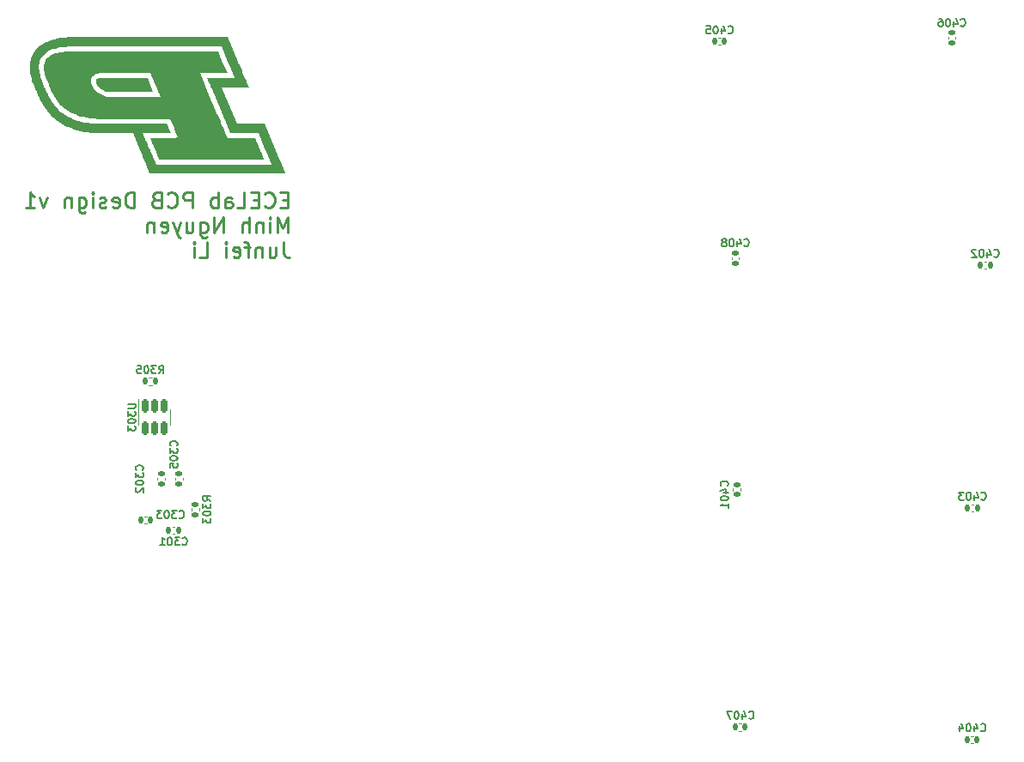
<source format=gbo>
G04 #@! TF.GenerationSoftware,KiCad,Pcbnew,(6.0.7)*
G04 #@! TF.CreationDate,2023-05-23T08:57:17-04:00*
G04 #@! TF.ProjectId,ECELab_v1,4543454c-6162-45f7-9631-2e6b69636164,rev?*
G04 #@! TF.SameCoordinates,Original*
G04 #@! TF.FileFunction,Legend,Bot*
G04 #@! TF.FilePolarity,Positive*
%FSLAX46Y46*%
G04 Gerber Fmt 4.6, Leading zero omitted, Abs format (unit mm)*
G04 Created by KiCad (PCBNEW (6.0.7)) date 2023-05-23 08:57:17*
%MOMM*%
%LPD*%
G01*
G04 APERTURE LIST*
G04 Aperture macros list*
%AMRoundRect*
0 Rectangle with rounded corners*
0 $1 Rounding radius*
0 $2 $3 $4 $5 $6 $7 $8 $9 X,Y pos of 4 corners*
0 Add a 4 corners polygon primitive as box body*
4,1,4,$2,$3,$4,$5,$6,$7,$8,$9,$2,$3,0*
0 Add four circle primitives for the rounded corners*
1,1,$1+$1,$2,$3*
1,1,$1+$1,$4,$5*
1,1,$1+$1,$6,$7*
1,1,$1+$1,$8,$9*
0 Add four rect primitives between the rounded corners*
20,1,$1+$1,$2,$3,$4,$5,0*
20,1,$1+$1,$4,$5,$6,$7,0*
20,1,$1+$1,$6,$7,$8,$9,0*
20,1,$1+$1,$8,$9,$2,$3,0*%
G04 Aperture macros list end*
%ADD10C,0.254000*%
%ADD11C,0.127000*%
%ADD12C,0.120000*%
%ADD13R,1.700000X1.700000*%
%ADD14O,1.700000X1.700000*%
%ADD15C,5.000000*%
%ADD16R,1.524000X1.524000*%
%ADD17C,1.524000*%
%ADD18C,0.650000*%
%ADD19O,1.600000X1.000000*%
%ADD20O,2.100000X1.000000*%
%ADD21RoundRect,0.140000X0.170000X-0.140000X0.170000X0.140000X-0.170000X0.140000X-0.170000X-0.140000X0*%
%ADD22RoundRect,0.140000X-0.170000X0.140000X-0.170000X-0.140000X0.170000X-0.140000X0.170000X0.140000X0*%
%ADD23RoundRect,0.135000X-0.185000X0.135000X-0.185000X-0.135000X0.185000X-0.135000X0.185000X0.135000X0*%
%ADD24RoundRect,0.140000X0.140000X0.170000X-0.140000X0.170000X-0.140000X-0.170000X0.140000X-0.170000X0*%
%ADD25RoundRect,0.140000X-0.140000X-0.170000X0.140000X-0.170000X0.140000X0.170000X-0.140000X0.170000X0*%
%ADD26RoundRect,0.150000X-0.150000X0.512500X-0.150000X-0.512500X0.150000X-0.512500X0.150000X0.512500X0*%
%ADD27RoundRect,0.135000X-0.135000X-0.185000X0.135000X-0.185000X0.135000X0.185000X-0.135000X0.185000X0*%
G04 APERTURE END LIST*
D10*
X152430842Y-91112702D02*
X151922842Y-91112702D01*
X151705128Y-91910988D02*
X152430842Y-91910988D01*
X152430842Y-90386988D01*
X151705128Y-90386988D01*
X150181128Y-91765845D02*
X150253700Y-91838417D01*
X150471414Y-91910988D01*
X150616557Y-91910988D01*
X150834271Y-91838417D01*
X150979414Y-91693274D01*
X151051985Y-91548131D01*
X151124557Y-91257845D01*
X151124557Y-91040131D01*
X151051985Y-90749845D01*
X150979414Y-90604702D01*
X150834271Y-90459560D01*
X150616557Y-90386988D01*
X150471414Y-90386988D01*
X150253700Y-90459560D01*
X150181128Y-90532131D01*
X149527985Y-91112702D02*
X149019985Y-91112702D01*
X148802271Y-91910988D02*
X149527985Y-91910988D01*
X149527985Y-90386988D01*
X148802271Y-90386988D01*
X147423414Y-91910988D02*
X148149128Y-91910988D01*
X148149128Y-90386988D01*
X146262271Y-91910988D02*
X146262271Y-91112702D01*
X146334842Y-90967560D01*
X146479985Y-90894988D01*
X146770271Y-90894988D01*
X146915414Y-90967560D01*
X146262271Y-91838417D02*
X146407414Y-91910988D01*
X146770271Y-91910988D01*
X146915414Y-91838417D01*
X146987985Y-91693274D01*
X146987985Y-91548131D01*
X146915414Y-91402988D01*
X146770271Y-91330417D01*
X146407414Y-91330417D01*
X146262271Y-91257845D01*
X145536557Y-91910988D02*
X145536557Y-90386988D01*
X145536557Y-90967560D02*
X145391414Y-90894988D01*
X145101128Y-90894988D01*
X144955985Y-90967560D01*
X144883414Y-91040131D01*
X144810842Y-91185274D01*
X144810842Y-91620702D01*
X144883414Y-91765845D01*
X144955985Y-91838417D01*
X145101128Y-91910988D01*
X145391414Y-91910988D01*
X145536557Y-91838417D01*
X142996557Y-91910988D02*
X142996557Y-90386988D01*
X142415985Y-90386988D01*
X142270842Y-90459560D01*
X142198271Y-90532131D01*
X142125700Y-90677274D01*
X142125700Y-90894988D01*
X142198271Y-91040131D01*
X142270842Y-91112702D01*
X142415985Y-91185274D01*
X142996557Y-91185274D01*
X140601700Y-91765845D02*
X140674271Y-91838417D01*
X140891985Y-91910988D01*
X141037128Y-91910988D01*
X141254842Y-91838417D01*
X141399985Y-91693274D01*
X141472557Y-91548131D01*
X141545128Y-91257845D01*
X141545128Y-91040131D01*
X141472557Y-90749845D01*
X141399985Y-90604702D01*
X141254842Y-90459560D01*
X141037128Y-90386988D01*
X140891985Y-90386988D01*
X140674271Y-90459560D01*
X140601700Y-90532131D01*
X139440557Y-91112702D02*
X139222842Y-91185274D01*
X139150271Y-91257845D01*
X139077700Y-91402988D01*
X139077700Y-91620702D01*
X139150271Y-91765845D01*
X139222842Y-91838417D01*
X139367985Y-91910988D01*
X139948557Y-91910988D01*
X139948557Y-90386988D01*
X139440557Y-90386988D01*
X139295414Y-90459560D01*
X139222842Y-90532131D01*
X139150271Y-90677274D01*
X139150271Y-90822417D01*
X139222842Y-90967560D01*
X139295414Y-91040131D01*
X139440557Y-91112702D01*
X139948557Y-91112702D01*
X137263414Y-91910988D02*
X137263414Y-90386988D01*
X136900557Y-90386988D01*
X136682842Y-90459560D01*
X136537700Y-90604702D01*
X136465128Y-90749845D01*
X136392557Y-91040131D01*
X136392557Y-91257845D01*
X136465128Y-91548131D01*
X136537700Y-91693274D01*
X136682842Y-91838417D01*
X136900557Y-91910988D01*
X137263414Y-91910988D01*
X135158842Y-91838417D02*
X135303985Y-91910988D01*
X135594271Y-91910988D01*
X135739414Y-91838417D01*
X135811985Y-91693274D01*
X135811985Y-91112702D01*
X135739414Y-90967560D01*
X135594271Y-90894988D01*
X135303985Y-90894988D01*
X135158842Y-90967560D01*
X135086271Y-91112702D01*
X135086271Y-91257845D01*
X135811985Y-91402988D01*
X134505700Y-91838417D02*
X134360557Y-91910988D01*
X134070271Y-91910988D01*
X133925128Y-91838417D01*
X133852557Y-91693274D01*
X133852557Y-91620702D01*
X133925128Y-91475560D01*
X134070271Y-91402988D01*
X134287985Y-91402988D01*
X134433128Y-91330417D01*
X134505700Y-91185274D01*
X134505700Y-91112702D01*
X134433128Y-90967560D01*
X134287985Y-90894988D01*
X134070271Y-90894988D01*
X133925128Y-90967560D01*
X133199414Y-91910988D02*
X133199414Y-90894988D01*
X133199414Y-90386988D02*
X133271985Y-90459560D01*
X133199414Y-90532131D01*
X133126842Y-90459560D01*
X133199414Y-90386988D01*
X133199414Y-90532131D01*
X131820557Y-90894988D02*
X131820557Y-92128702D01*
X131893128Y-92273845D01*
X131965700Y-92346417D01*
X132110842Y-92418988D01*
X132328557Y-92418988D01*
X132473700Y-92346417D01*
X131820557Y-91838417D02*
X131965700Y-91910988D01*
X132255985Y-91910988D01*
X132401128Y-91838417D01*
X132473700Y-91765845D01*
X132546271Y-91620702D01*
X132546271Y-91185274D01*
X132473700Y-91040131D01*
X132401128Y-90967560D01*
X132255985Y-90894988D01*
X131965700Y-90894988D01*
X131820557Y-90967560D01*
X131094842Y-90894988D02*
X131094842Y-91910988D01*
X131094842Y-91040131D02*
X131022271Y-90967560D01*
X130877128Y-90894988D01*
X130659414Y-90894988D01*
X130514271Y-90967560D01*
X130441700Y-91112702D01*
X130441700Y-91910988D01*
X128699985Y-90894988D02*
X128337128Y-91910988D01*
X127974271Y-90894988D01*
X126595414Y-91910988D02*
X127466271Y-91910988D01*
X127030842Y-91910988D02*
X127030842Y-90386988D01*
X127175985Y-90604702D01*
X127321128Y-90749845D01*
X127466271Y-90822417D01*
X152430842Y-94364628D02*
X152430842Y-92840628D01*
X151922842Y-93929200D01*
X151414842Y-92840628D01*
X151414842Y-94364628D01*
X150689128Y-94364628D02*
X150689128Y-93348628D01*
X150689128Y-92840628D02*
X150761700Y-92913200D01*
X150689128Y-92985771D01*
X150616557Y-92913200D01*
X150689128Y-92840628D01*
X150689128Y-92985771D01*
X149963414Y-93348628D02*
X149963414Y-94364628D01*
X149963414Y-93493771D02*
X149890842Y-93421200D01*
X149745700Y-93348628D01*
X149527985Y-93348628D01*
X149382842Y-93421200D01*
X149310271Y-93566342D01*
X149310271Y-94364628D01*
X148584557Y-94364628D02*
X148584557Y-92840628D01*
X147931414Y-94364628D02*
X147931414Y-93566342D01*
X148003985Y-93421200D01*
X148149128Y-93348628D01*
X148366842Y-93348628D01*
X148511985Y-93421200D01*
X148584557Y-93493771D01*
X146044557Y-94364628D02*
X146044557Y-92840628D01*
X145173700Y-94364628D01*
X145173700Y-92840628D01*
X143794842Y-93348628D02*
X143794842Y-94582342D01*
X143867414Y-94727485D01*
X143939985Y-94800057D01*
X144085128Y-94872628D01*
X144302842Y-94872628D01*
X144447985Y-94800057D01*
X143794842Y-94292057D02*
X143939985Y-94364628D01*
X144230271Y-94364628D01*
X144375414Y-94292057D01*
X144447985Y-94219485D01*
X144520557Y-94074342D01*
X144520557Y-93638914D01*
X144447985Y-93493771D01*
X144375414Y-93421200D01*
X144230271Y-93348628D01*
X143939985Y-93348628D01*
X143794842Y-93421200D01*
X142415985Y-93348628D02*
X142415985Y-94364628D01*
X143069128Y-93348628D02*
X143069128Y-94146914D01*
X142996557Y-94292057D01*
X142851414Y-94364628D01*
X142633700Y-94364628D01*
X142488557Y-94292057D01*
X142415985Y-94219485D01*
X141835414Y-93348628D02*
X141472557Y-94364628D01*
X141109700Y-93348628D02*
X141472557Y-94364628D01*
X141617700Y-94727485D01*
X141690271Y-94800057D01*
X141835414Y-94872628D01*
X139948557Y-94292057D02*
X140093700Y-94364628D01*
X140383985Y-94364628D01*
X140529128Y-94292057D01*
X140601700Y-94146914D01*
X140601700Y-93566342D01*
X140529128Y-93421200D01*
X140383985Y-93348628D01*
X140093700Y-93348628D01*
X139948557Y-93421200D01*
X139875985Y-93566342D01*
X139875985Y-93711485D01*
X140601700Y-93856628D01*
X139222842Y-93348628D02*
X139222842Y-94364628D01*
X139222842Y-93493771D02*
X139150271Y-93421200D01*
X139005128Y-93348628D01*
X138787414Y-93348628D01*
X138642271Y-93421200D01*
X138569700Y-93566342D01*
X138569700Y-94364628D01*
X151995414Y-95294268D02*
X151995414Y-96382840D01*
X152067985Y-96600554D01*
X152213128Y-96745697D01*
X152430842Y-96818268D01*
X152575985Y-96818268D01*
X150616557Y-95802268D02*
X150616557Y-96818268D01*
X151269700Y-95802268D02*
X151269700Y-96600554D01*
X151197128Y-96745697D01*
X151051985Y-96818268D01*
X150834271Y-96818268D01*
X150689128Y-96745697D01*
X150616557Y-96673125D01*
X149890842Y-95802268D02*
X149890842Y-96818268D01*
X149890842Y-95947411D02*
X149818271Y-95874840D01*
X149673128Y-95802268D01*
X149455414Y-95802268D01*
X149310271Y-95874840D01*
X149237700Y-96019982D01*
X149237700Y-96818268D01*
X148729700Y-95802268D02*
X148149128Y-95802268D01*
X148511985Y-96818268D02*
X148511985Y-95511982D01*
X148439414Y-95366840D01*
X148294271Y-95294268D01*
X148149128Y-95294268D01*
X147060557Y-96745697D02*
X147205700Y-96818268D01*
X147495985Y-96818268D01*
X147641128Y-96745697D01*
X147713700Y-96600554D01*
X147713700Y-96019982D01*
X147641128Y-95874840D01*
X147495985Y-95802268D01*
X147205700Y-95802268D01*
X147060557Y-95874840D01*
X146987985Y-96019982D01*
X146987985Y-96165125D01*
X147713700Y-96310268D01*
X146334842Y-96818268D02*
X146334842Y-95802268D01*
X146334842Y-95294268D02*
X146407414Y-95366840D01*
X146334842Y-95439411D01*
X146262271Y-95366840D01*
X146334842Y-95294268D01*
X146334842Y-95439411D01*
X143722271Y-96818268D02*
X144447985Y-96818268D01*
X144447985Y-95294268D01*
X143214271Y-96818268D02*
X143214271Y-95802268D01*
X143214271Y-95294268D02*
X143286842Y-95366840D01*
X143214271Y-95439411D01*
X143141700Y-95366840D01*
X143214271Y-95294268D01*
X143214271Y-95439411D01*
D11*
X141496142Y-115403085D02*
X141532428Y-115366800D01*
X141568714Y-115257942D01*
X141568714Y-115185371D01*
X141532428Y-115076514D01*
X141459857Y-115003942D01*
X141387285Y-114967657D01*
X141242142Y-114931371D01*
X141133285Y-114931371D01*
X140988142Y-114967657D01*
X140915571Y-115003942D01*
X140843000Y-115076514D01*
X140806714Y-115185371D01*
X140806714Y-115257942D01*
X140843000Y-115366800D01*
X140879285Y-115403085D01*
X140806714Y-115657085D02*
X140806714Y-116128800D01*
X141097000Y-115874800D01*
X141097000Y-115983657D01*
X141133285Y-116056228D01*
X141169571Y-116092514D01*
X141242142Y-116128800D01*
X141423571Y-116128800D01*
X141496142Y-116092514D01*
X141532428Y-116056228D01*
X141568714Y-115983657D01*
X141568714Y-115765942D01*
X141532428Y-115693371D01*
X141496142Y-115657085D01*
X140806714Y-116600514D02*
X140806714Y-116673085D01*
X140843000Y-116745657D01*
X140879285Y-116781942D01*
X140951857Y-116818228D01*
X141097000Y-116854514D01*
X141278428Y-116854514D01*
X141423571Y-116818228D01*
X141496142Y-116781942D01*
X141532428Y-116745657D01*
X141568714Y-116673085D01*
X141568714Y-116600514D01*
X141532428Y-116527942D01*
X141496142Y-116491657D01*
X141423571Y-116455371D01*
X141278428Y-116419085D01*
X141097000Y-116419085D01*
X140951857Y-116455371D01*
X140879285Y-116491657D01*
X140843000Y-116527942D01*
X140806714Y-116600514D01*
X140806714Y-117543942D02*
X140806714Y-117181085D01*
X141169571Y-117144800D01*
X141133285Y-117181085D01*
X141097000Y-117253657D01*
X141097000Y-117435085D01*
X141133285Y-117507657D01*
X141169571Y-117543942D01*
X141242142Y-117580228D01*
X141423571Y-117580228D01*
X141496142Y-117543942D01*
X141532428Y-117507657D01*
X141568714Y-117435085D01*
X141568714Y-117253657D01*
X141532428Y-117181085D01*
X141496142Y-117144800D01*
X138117942Y-117816085D02*
X138154228Y-117779800D01*
X138190514Y-117670942D01*
X138190514Y-117598371D01*
X138154228Y-117489514D01*
X138081657Y-117416942D01*
X138009085Y-117380657D01*
X137863942Y-117344371D01*
X137755085Y-117344371D01*
X137609942Y-117380657D01*
X137537371Y-117416942D01*
X137464800Y-117489514D01*
X137428514Y-117598371D01*
X137428514Y-117670942D01*
X137464800Y-117779800D01*
X137501085Y-117816085D01*
X137428514Y-118070085D02*
X137428514Y-118541800D01*
X137718800Y-118287800D01*
X137718800Y-118396657D01*
X137755085Y-118469228D01*
X137791371Y-118505514D01*
X137863942Y-118541800D01*
X138045371Y-118541800D01*
X138117942Y-118505514D01*
X138154228Y-118469228D01*
X138190514Y-118396657D01*
X138190514Y-118178942D01*
X138154228Y-118106371D01*
X138117942Y-118070085D01*
X137428514Y-119013514D02*
X137428514Y-119086085D01*
X137464800Y-119158657D01*
X137501085Y-119194942D01*
X137573657Y-119231228D01*
X137718800Y-119267514D01*
X137900228Y-119267514D01*
X138045371Y-119231228D01*
X138117942Y-119194942D01*
X138154228Y-119158657D01*
X138190514Y-119086085D01*
X138190514Y-119013514D01*
X138154228Y-118940942D01*
X138117942Y-118904657D01*
X138045371Y-118868371D01*
X137900228Y-118832085D01*
X137718800Y-118832085D01*
X137573657Y-118868371D01*
X137501085Y-118904657D01*
X137464800Y-118940942D01*
X137428514Y-119013514D01*
X137501085Y-119557800D02*
X137464800Y-119594085D01*
X137428514Y-119666657D01*
X137428514Y-119848085D01*
X137464800Y-119920657D01*
X137501085Y-119956942D01*
X137573657Y-119993228D01*
X137646228Y-119993228D01*
X137755085Y-119956942D01*
X138190514Y-119521514D01*
X138190514Y-119993228D01*
X197397914Y-95674542D02*
X197434200Y-95710828D01*
X197543057Y-95747114D01*
X197615628Y-95747114D01*
X197724485Y-95710828D01*
X197797057Y-95638257D01*
X197833342Y-95565685D01*
X197869628Y-95420542D01*
X197869628Y-95311685D01*
X197833342Y-95166542D01*
X197797057Y-95093971D01*
X197724485Y-95021400D01*
X197615628Y-94985114D01*
X197543057Y-94985114D01*
X197434200Y-95021400D01*
X197397914Y-95057685D01*
X196744771Y-95239114D02*
X196744771Y-95747114D01*
X196926200Y-94948828D02*
X197107628Y-95493114D01*
X196635914Y-95493114D01*
X196200485Y-94985114D02*
X196127914Y-94985114D01*
X196055342Y-95021400D01*
X196019057Y-95057685D01*
X195982771Y-95130257D01*
X195946485Y-95275400D01*
X195946485Y-95456828D01*
X195982771Y-95601971D01*
X196019057Y-95674542D01*
X196055342Y-95710828D01*
X196127914Y-95747114D01*
X196200485Y-95747114D01*
X196273057Y-95710828D01*
X196309342Y-95674542D01*
X196345628Y-95601971D01*
X196381914Y-95456828D01*
X196381914Y-95275400D01*
X196345628Y-95130257D01*
X196309342Y-95057685D01*
X196273057Y-95021400D01*
X196200485Y-94985114D01*
X195511057Y-95311685D02*
X195583628Y-95275400D01*
X195619914Y-95239114D01*
X195656200Y-95166542D01*
X195656200Y-95130257D01*
X195619914Y-95057685D01*
X195583628Y-95021400D01*
X195511057Y-94985114D01*
X195365914Y-94985114D01*
X195293342Y-95021400D01*
X195257057Y-95057685D01*
X195220771Y-95130257D01*
X195220771Y-95166542D01*
X195257057Y-95239114D01*
X195293342Y-95275400D01*
X195365914Y-95311685D01*
X195511057Y-95311685D01*
X195583628Y-95347971D01*
X195619914Y-95384257D01*
X195656200Y-95456828D01*
X195656200Y-95601971D01*
X195619914Y-95674542D01*
X195583628Y-95710828D01*
X195511057Y-95747114D01*
X195365914Y-95747114D01*
X195293342Y-95710828D01*
X195257057Y-95674542D01*
X195220771Y-95601971D01*
X195220771Y-95456828D01*
X195257057Y-95384257D01*
X195293342Y-95347971D01*
X195365914Y-95311685D01*
X144845314Y-120838685D02*
X144482457Y-120584685D01*
X144845314Y-120403257D02*
X144083314Y-120403257D01*
X144083314Y-120693542D01*
X144119600Y-120766114D01*
X144155885Y-120802400D01*
X144228457Y-120838685D01*
X144337314Y-120838685D01*
X144409885Y-120802400D01*
X144446171Y-120766114D01*
X144482457Y-120693542D01*
X144482457Y-120403257D01*
X144083314Y-121092685D02*
X144083314Y-121564400D01*
X144373600Y-121310400D01*
X144373600Y-121419257D01*
X144409885Y-121491828D01*
X144446171Y-121528114D01*
X144518742Y-121564400D01*
X144700171Y-121564400D01*
X144772742Y-121528114D01*
X144809028Y-121491828D01*
X144845314Y-121419257D01*
X144845314Y-121201542D01*
X144809028Y-121128971D01*
X144772742Y-121092685D01*
X144083314Y-122036114D02*
X144083314Y-122108685D01*
X144119600Y-122181257D01*
X144155885Y-122217542D01*
X144228457Y-122253828D01*
X144373600Y-122290114D01*
X144555028Y-122290114D01*
X144700171Y-122253828D01*
X144772742Y-122217542D01*
X144809028Y-122181257D01*
X144845314Y-122108685D01*
X144845314Y-122036114D01*
X144809028Y-121963542D01*
X144772742Y-121927257D01*
X144700171Y-121890971D01*
X144555028Y-121854685D01*
X144373600Y-121854685D01*
X144228457Y-121890971D01*
X144155885Y-121927257D01*
X144119600Y-121963542D01*
X144083314Y-122036114D01*
X144083314Y-122544114D02*
X144083314Y-123015828D01*
X144373600Y-122761828D01*
X144373600Y-122870685D01*
X144409885Y-122943257D01*
X144446171Y-122979542D01*
X144518742Y-123015828D01*
X144700171Y-123015828D01*
X144772742Y-122979542D01*
X144809028Y-122943257D01*
X144845314Y-122870685D01*
X144845314Y-122652971D01*
X144809028Y-122580400D01*
X144772742Y-122544114D01*
X197880514Y-142291942D02*
X197916800Y-142328228D01*
X198025657Y-142364514D01*
X198098228Y-142364514D01*
X198207085Y-142328228D01*
X198279657Y-142255657D01*
X198315942Y-142183085D01*
X198352228Y-142037942D01*
X198352228Y-141929085D01*
X198315942Y-141783942D01*
X198279657Y-141711371D01*
X198207085Y-141638800D01*
X198098228Y-141602514D01*
X198025657Y-141602514D01*
X197916800Y-141638800D01*
X197880514Y-141675085D01*
X197227371Y-141856514D02*
X197227371Y-142364514D01*
X197408800Y-141566228D02*
X197590228Y-142110514D01*
X197118514Y-142110514D01*
X196683085Y-141602514D02*
X196610514Y-141602514D01*
X196537942Y-141638800D01*
X196501657Y-141675085D01*
X196465371Y-141747657D01*
X196429085Y-141892800D01*
X196429085Y-142074228D01*
X196465371Y-142219371D01*
X196501657Y-142291942D01*
X196537942Y-142328228D01*
X196610514Y-142364514D01*
X196683085Y-142364514D01*
X196755657Y-142328228D01*
X196791942Y-142291942D01*
X196828228Y-142219371D01*
X196864514Y-142074228D01*
X196864514Y-141892800D01*
X196828228Y-141747657D01*
X196791942Y-141675085D01*
X196755657Y-141638800D01*
X196683085Y-141602514D01*
X196175085Y-141602514D02*
X195667085Y-141602514D01*
X195993657Y-142364514D01*
X142025914Y-125138542D02*
X142062200Y-125174828D01*
X142171057Y-125211114D01*
X142243628Y-125211114D01*
X142352485Y-125174828D01*
X142425057Y-125102257D01*
X142461342Y-125029685D01*
X142497628Y-124884542D01*
X142497628Y-124775685D01*
X142461342Y-124630542D01*
X142425057Y-124557971D01*
X142352485Y-124485400D01*
X142243628Y-124449114D01*
X142171057Y-124449114D01*
X142062200Y-124485400D01*
X142025914Y-124521685D01*
X141771914Y-124449114D02*
X141300200Y-124449114D01*
X141554200Y-124739400D01*
X141445342Y-124739400D01*
X141372771Y-124775685D01*
X141336485Y-124811971D01*
X141300200Y-124884542D01*
X141300200Y-125065971D01*
X141336485Y-125138542D01*
X141372771Y-125174828D01*
X141445342Y-125211114D01*
X141663057Y-125211114D01*
X141735628Y-125174828D01*
X141771914Y-125138542D01*
X140828485Y-124449114D02*
X140755914Y-124449114D01*
X140683342Y-124485400D01*
X140647057Y-124521685D01*
X140610771Y-124594257D01*
X140574485Y-124739400D01*
X140574485Y-124920828D01*
X140610771Y-125065971D01*
X140647057Y-125138542D01*
X140683342Y-125174828D01*
X140755914Y-125211114D01*
X140828485Y-125211114D01*
X140901057Y-125174828D01*
X140937342Y-125138542D01*
X140973628Y-125065971D01*
X141009914Y-124920828D01*
X141009914Y-124739400D01*
X140973628Y-124594257D01*
X140937342Y-124521685D01*
X140901057Y-124485400D01*
X140828485Y-124449114D01*
X139848771Y-125211114D02*
X140284200Y-125211114D01*
X140066485Y-125211114D02*
X140066485Y-124449114D01*
X140139057Y-124557971D01*
X140211628Y-124630542D01*
X140284200Y-124666828D01*
X218733914Y-73957542D02*
X218770200Y-73993828D01*
X218879057Y-74030114D01*
X218951628Y-74030114D01*
X219060485Y-73993828D01*
X219133057Y-73921257D01*
X219169342Y-73848685D01*
X219205628Y-73703542D01*
X219205628Y-73594685D01*
X219169342Y-73449542D01*
X219133057Y-73376971D01*
X219060485Y-73304400D01*
X218951628Y-73268114D01*
X218879057Y-73268114D01*
X218770200Y-73304400D01*
X218733914Y-73340685D01*
X218080771Y-73522114D02*
X218080771Y-74030114D01*
X218262200Y-73231828D02*
X218443628Y-73776114D01*
X217971914Y-73776114D01*
X217536485Y-73268114D02*
X217463914Y-73268114D01*
X217391342Y-73304400D01*
X217355057Y-73340685D01*
X217318771Y-73413257D01*
X217282485Y-73558400D01*
X217282485Y-73739828D01*
X217318771Y-73884971D01*
X217355057Y-73957542D01*
X217391342Y-73993828D01*
X217463914Y-74030114D01*
X217536485Y-74030114D01*
X217609057Y-73993828D01*
X217645342Y-73957542D01*
X217681628Y-73884971D01*
X217717914Y-73739828D01*
X217717914Y-73558400D01*
X217681628Y-73413257D01*
X217645342Y-73340685D01*
X217609057Y-73304400D01*
X217536485Y-73268114D01*
X216629342Y-73268114D02*
X216774485Y-73268114D01*
X216847057Y-73304400D01*
X216883342Y-73340685D01*
X216955914Y-73449542D01*
X216992200Y-73594685D01*
X216992200Y-73884971D01*
X216955914Y-73957542D01*
X216919628Y-73993828D01*
X216847057Y-74030114D01*
X216701914Y-74030114D01*
X216629342Y-73993828D01*
X216593057Y-73957542D01*
X216556771Y-73884971D01*
X216556771Y-73703542D01*
X216593057Y-73630971D01*
X216629342Y-73594685D01*
X216701914Y-73558400D01*
X216847057Y-73558400D01*
X216919628Y-73594685D01*
X216955914Y-73630971D01*
X216992200Y-73703542D01*
X141721114Y-122496942D02*
X141757400Y-122533228D01*
X141866257Y-122569514D01*
X141938828Y-122569514D01*
X142047685Y-122533228D01*
X142120257Y-122460657D01*
X142156542Y-122388085D01*
X142192828Y-122242942D01*
X142192828Y-122134085D01*
X142156542Y-121988942D01*
X142120257Y-121916371D01*
X142047685Y-121843800D01*
X141938828Y-121807514D01*
X141866257Y-121807514D01*
X141757400Y-121843800D01*
X141721114Y-121880085D01*
X141467114Y-121807514D02*
X140995400Y-121807514D01*
X141249400Y-122097800D01*
X141140542Y-122097800D01*
X141067971Y-122134085D01*
X141031685Y-122170371D01*
X140995400Y-122242942D01*
X140995400Y-122424371D01*
X141031685Y-122496942D01*
X141067971Y-122533228D01*
X141140542Y-122569514D01*
X141358257Y-122569514D01*
X141430828Y-122533228D01*
X141467114Y-122496942D01*
X140523685Y-121807514D02*
X140451114Y-121807514D01*
X140378542Y-121843800D01*
X140342257Y-121880085D01*
X140305971Y-121952657D01*
X140269685Y-122097800D01*
X140269685Y-122279228D01*
X140305971Y-122424371D01*
X140342257Y-122496942D01*
X140378542Y-122533228D01*
X140451114Y-122569514D01*
X140523685Y-122569514D01*
X140596257Y-122533228D01*
X140632542Y-122496942D01*
X140668828Y-122424371D01*
X140705114Y-122279228D01*
X140705114Y-122097800D01*
X140668828Y-121952657D01*
X140632542Y-121880085D01*
X140596257Y-121843800D01*
X140523685Y-121807514D01*
X140015685Y-121807514D02*
X139543971Y-121807514D01*
X139797971Y-122097800D01*
X139689114Y-122097800D01*
X139616542Y-122134085D01*
X139580257Y-122170371D01*
X139543971Y-122242942D01*
X139543971Y-122424371D01*
X139580257Y-122496942D01*
X139616542Y-122533228D01*
X139689114Y-122569514D01*
X139906828Y-122569514D01*
X139979400Y-122533228D01*
X140015685Y-122496942D01*
X136641114Y-111266514D02*
X137257971Y-111266514D01*
X137330542Y-111302800D01*
X137366828Y-111339085D01*
X137403114Y-111411657D01*
X137403114Y-111556800D01*
X137366828Y-111629371D01*
X137330542Y-111665657D01*
X137257971Y-111701942D01*
X136641114Y-111701942D01*
X136641114Y-111992228D02*
X136641114Y-112463942D01*
X136931400Y-112209942D01*
X136931400Y-112318800D01*
X136967685Y-112391371D01*
X137003971Y-112427657D01*
X137076542Y-112463942D01*
X137257971Y-112463942D01*
X137330542Y-112427657D01*
X137366828Y-112391371D01*
X137403114Y-112318800D01*
X137403114Y-112101085D01*
X137366828Y-112028514D01*
X137330542Y-111992228D01*
X136641114Y-112935657D02*
X136641114Y-113008228D01*
X136677400Y-113080800D01*
X136713685Y-113117085D01*
X136786257Y-113153371D01*
X136931400Y-113189657D01*
X137112828Y-113189657D01*
X137257971Y-113153371D01*
X137330542Y-113117085D01*
X137366828Y-113080800D01*
X137403114Y-113008228D01*
X137403114Y-112935657D01*
X137366828Y-112863085D01*
X137330542Y-112826800D01*
X137257971Y-112790514D01*
X137112828Y-112754228D01*
X136931400Y-112754228D01*
X136786257Y-112790514D01*
X136713685Y-112826800D01*
X136677400Y-112863085D01*
X136641114Y-112935657D01*
X136641114Y-113443657D02*
X136641114Y-113915371D01*
X136931400Y-113661371D01*
X136931400Y-113770228D01*
X136967685Y-113842800D01*
X137003971Y-113879085D01*
X137076542Y-113915371D01*
X137257971Y-113915371D01*
X137330542Y-113879085D01*
X137366828Y-113842800D01*
X137403114Y-113770228D01*
X137403114Y-113552514D01*
X137366828Y-113479942D01*
X137330542Y-113443657D01*
X222027714Y-96712142D02*
X222064000Y-96748428D01*
X222172857Y-96784714D01*
X222245428Y-96784714D01*
X222354285Y-96748428D01*
X222426857Y-96675857D01*
X222463142Y-96603285D01*
X222499428Y-96458142D01*
X222499428Y-96349285D01*
X222463142Y-96204142D01*
X222426857Y-96131571D01*
X222354285Y-96059000D01*
X222245428Y-96022714D01*
X222172857Y-96022714D01*
X222064000Y-96059000D01*
X222027714Y-96095285D01*
X221374571Y-96276714D02*
X221374571Y-96784714D01*
X221556000Y-95986428D02*
X221737428Y-96530714D01*
X221265714Y-96530714D01*
X220830285Y-96022714D02*
X220757714Y-96022714D01*
X220685142Y-96059000D01*
X220648857Y-96095285D01*
X220612571Y-96167857D01*
X220576285Y-96313000D01*
X220576285Y-96494428D01*
X220612571Y-96639571D01*
X220648857Y-96712142D01*
X220685142Y-96748428D01*
X220757714Y-96784714D01*
X220830285Y-96784714D01*
X220902857Y-96748428D01*
X220939142Y-96712142D01*
X220975428Y-96639571D01*
X221011714Y-96494428D01*
X221011714Y-96313000D01*
X220975428Y-96167857D01*
X220939142Y-96095285D01*
X220902857Y-96059000D01*
X220830285Y-96022714D01*
X220286000Y-96095285D02*
X220249714Y-96059000D01*
X220177142Y-96022714D01*
X219995714Y-96022714D01*
X219923142Y-96059000D01*
X219886857Y-96095285D01*
X219850571Y-96167857D01*
X219850571Y-96240428D01*
X219886857Y-96349285D01*
X220322285Y-96784714D01*
X219850571Y-96784714D01*
X220740514Y-143511142D02*
X220776800Y-143547428D01*
X220885657Y-143583714D01*
X220958228Y-143583714D01*
X221067085Y-143547428D01*
X221139657Y-143474857D01*
X221175942Y-143402285D01*
X221212228Y-143257142D01*
X221212228Y-143148285D01*
X221175942Y-143003142D01*
X221139657Y-142930571D01*
X221067085Y-142858000D01*
X220958228Y-142821714D01*
X220885657Y-142821714D01*
X220776800Y-142858000D01*
X220740514Y-142894285D01*
X220087371Y-143075714D02*
X220087371Y-143583714D01*
X220268800Y-142785428D02*
X220450228Y-143329714D01*
X219978514Y-143329714D01*
X219543085Y-142821714D02*
X219470514Y-142821714D01*
X219397942Y-142858000D01*
X219361657Y-142894285D01*
X219325371Y-142966857D01*
X219289085Y-143112000D01*
X219289085Y-143293428D01*
X219325371Y-143438571D01*
X219361657Y-143511142D01*
X219397942Y-143547428D01*
X219470514Y-143583714D01*
X219543085Y-143583714D01*
X219615657Y-143547428D01*
X219651942Y-143511142D01*
X219688228Y-143438571D01*
X219724514Y-143293428D01*
X219724514Y-143112000D01*
X219688228Y-142966857D01*
X219651942Y-142894285D01*
X219615657Y-142858000D01*
X219543085Y-142821714D01*
X218635942Y-143075714D02*
X218635942Y-143583714D01*
X218817371Y-142785428D02*
X218998800Y-143329714D01*
X218527085Y-143329714D01*
X195750542Y-119365485D02*
X195786828Y-119329200D01*
X195823114Y-119220342D01*
X195823114Y-119147771D01*
X195786828Y-119038914D01*
X195714257Y-118966342D01*
X195641685Y-118930057D01*
X195496542Y-118893771D01*
X195387685Y-118893771D01*
X195242542Y-118930057D01*
X195169971Y-118966342D01*
X195097400Y-119038914D01*
X195061114Y-119147771D01*
X195061114Y-119220342D01*
X195097400Y-119329200D01*
X195133685Y-119365485D01*
X195315114Y-120018628D02*
X195823114Y-120018628D01*
X195024828Y-119837200D02*
X195569114Y-119655771D01*
X195569114Y-120127485D01*
X195061114Y-120562914D02*
X195061114Y-120635485D01*
X195097400Y-120708057D01*
X195133685Y-120744342D01*
X195206257Y-120780628D01*
X195351400Y-120816914D01*
X195532828Y-120816914D01*
X195677971Y-120780628D01*
X195750542Y-120744342D01*
X195786828Y-120708057D01*
X195823114Y-120635485D01*
X195823114Y-120562914D01*
X195786828Y-120490342D01*
X195750542Y-120454057D01*
X195677971Y-120417771D01*
X195532828Y-120381485D01*
X195351400Y-120381485D01*
X195206257Y-120417771D01*
X195133685Y-120454057D01*
X195097400Y-120490342D01*
X195061114Y-120562914D01*
X195823114Y-121542628D02*
X195823114Y-121107200D01*
X195823114Y-121324914D02*
X195061114Y-121324914D01*
X195169971Y-121252342D01*
X195242542Y-121179771D01*
X195278828Y-121107200D01*
X195827714Y-74668742D02*
X195864000Y-74705028D01*
X195972857Y-74741314D01*
X196045428Y-74741314D01*
X196154285Y-74705028D01*
X196226857Y-74632457D01*
X196263142Y-74559885D01*
X196299428Y-74414742D01*
X196299428Y-74305885D01*
X196263142Y-74160742D01*
X196226857Y-74088171D01*
X196154285Y-74015600D01*
X196045428Y-73979314D01*
X195972857Y-73979314D01*
X195864000Y-74015600D01*
X195827714Y-74051885D01*
X195174571Y-74233314D02*
X195174571Y-74741314D01*
X195356000Y-73943028D02*
X195537428Y-74487314D01*
X195065714Y-74487314D01*
X194630285Y-73979314D02*
X194557714Y-73979314D01*
X194485142Y-74015600D01*
X194448857Y-74051885D01*
X194412571Y-74124457D01*
X194376285Y-74269600D01*
X194376285Y-74451028D01*
X194412571Y-74596171D01*
X194448857Y-74668742D01*
X194485142Y-74705028D01*
X194557714Y-74741314D01*
X194630285Y-74741314D01*
X194702857Y-74705028D01*
X194739142Y-74668742D01*
X194775428Y-74596171D01*
X194811714Y-74451028D01*
X194811714Y-74269600D01*
X194775428Y-74124457D01*
X194739142Y-74051885D01*
X194702857Y-74015600D01*
X194630285Y-73979314D01*
X193686857Y-73979314D02*
X194049714Y-73979314D01*
X194086000Y-74342171D01*
X194049714Y-74305885D01*
X193977142Y-74269600D01*
X193795714Y-74269600D01*
X193723142Y-74305885D01*
X193686857Y-74342171D01*
X193650571Y-74414742D01*
X193650571Y-74596171D01*
X193686857Y-74668742D01*
X193723142Y-74705028D01*
X193795714Y-74741314D01*
X193977142Y-74741314D01*
X194049714Y-74705028D01*
X194086000Y-74668742D01*
X139714514Y-108269314D02*
X139968514Y-107906457D01*
X140149942Y-108269314D02*
X140149942Y-107507314D01*
X139859657Y-107507314D01*
X139787085Y-107543600D01*
X139750800Y-107579885D01*
X139714514Y-107652457D01*
X139714514Y-107761314D01*
X139750800Y-107833885D01*
X139787085Y-107870171D01*
X139859657Y-107906457D01*
X140149942Y-107906457D01*
X139460514Y-107507314D02*
X138988800Y-107507314D01*
X139242800Y-107797600D01*
X139133942Y-107797600D01*
X139061371Y-107833885D01*
X139025085Y-107870171D01*
X138988800Y-107942742D01*
X138988800Y-108124171D01*
X139025085Y-108196742D01*
X139061371Y-108233028D01*
X139133942Y-108269314D01*
X139351657Y-108269314D01*
X139424228Y-108233028D01*
X139460514Y-108196742D01*
X138517085Y-107507314D02*
X138444514Y-107507314D01*
X138371942Y-107543600D01*
X138335657Y-107579885D01*
X138299371Y-107652457D01*
X138263085Y-107797600D01*
X138263085Y-107979028D01*
X138299371Y-108124171D01*
X138335657Y-108196742D01*
X138371942Y-108233028D01*
X138444514Y-108269314D01*
X138517085Y-108269314D01*
X138589657Y-108233028D01*
X138625942Y-108196742D01*
X138662228Y-108124171D01*
X138698514Y-107979028D01*
X138698514Y-107797600D01*
X138662228Y-107652457D01*
X138625942Y-107579885D01*
X138589657Y-107543600D01*
X138517085Y-107507314D01*
X137573657Y-107507314D02*
X137936514Y-107507314D01*
X137972800Y-107870171D01*
X137936514Y-107833885D01*
X137863942Y-107797600D01*
X137682514Y-107797600D01*
X137609942Y-107833885D01*
X137573657Y-107870171D01*
X137537371Y-107942742D01*
X137537371Y-108124171D01*
X137573657Y-108196742D01*
X137609942Y-108233028D01*
X137682514Y-108269314D01*
X137863942Y-108269314D01*
X137936514Y-108233028D01*
X137972800Y-108196742D01*
X220765914Y-120676542D02*
X220802200Y-120712828D01*
X220911057Y-120749114D01*
X220983628Y-120749114D01*
X221092485Y-120712828D01*
X221165057Y-120640257D01*
X221201342Y-120567685D01*
X221237628Y-120422542D01*
X221237628Y-120313685D01*
X221201342Y-120168542D01*
X221165057Y-120095971D01*
X221092485Y-120023400D01*
X220983628Y-119987114D01*
X220911057Y-119987114D01*
X220802200Y-120023400D01*
X220765914Y-120059685D01*
X220112771Y-120241114D02*
X220112771Y-120749114D01*
X220294200Y-119950828D02*
X220475628Y-120495114D01*
X220003914Y-120495114D01*
X219568485Y-119987114D02*
X219495914Y-119987114D01*
X219423342Y-120023400D01*
X219387057Y-120059685D01*
X219350771Y-120132257D01*
X219314485Y-120277400D01*
X219314485Y-120458828D01*
X219350771Y-120603971D01*
X219387057Y-120676542D01*
X219423342Y-120712828D01*
X219495914Y-120749114D01*
X219568485Y-120749114D01*
X219641057Y-120712828D01*
X219677342Y-120676542D01*
X219713628Y-120603971D01*
X219749914Y-120458828D01*
X219749914Y-120277400D01*
X219713628Y-120132257D01*
X219677342Y-120059685D01*
X219641057Y-120023400D01*
X219568485Y-119987114D01*
X219060485Y-119987114D02*
X218588771Y-119987114D01*
X218842771Y-120277400D01*
X218733914Y-120277400D01*
X218661342Y-120313685D01*
X218625057Y-120349971D01*
X218588771Y-120422542D01*
X218588771Y-120603971D01*
X218625057Y-120676542D01*
X218661342Y-120712828D01*
X218733914Y-120749114D01*
X218951628Y-120749114D01*
X219024200Y-120712828D01*
X219060485Y-120676542D01*
D12*
X141346600Y-118776636D02*
X141346600Y-118560964D01*
X142066600Y-118776636D02*
X142066600Y-118560964D01*
G36*
X145058830Y-81690498D02*
G01*
X145157177Y-81921521D01*
X145253994Y-82148947D01*
X145348952Y-82372004D01*
X145441723Y-82589919D01*
X145531979Y-82801922D01*
X145619390Y-83007241D01*
X145703629Y-83205103D01*
X145784366Y-83394739D01*
X145861274Y-83575375D01*
X145934023Y-83746241D01*
X146002286Y-83906565D01*
X146065733Y-84055574D01*
X146124036Y-84192499D01*
X146176867Y-84316566D01*
X146223896Y-84427004D01*
X146264797Y-84523042D01*
X146299239Y-84603908D01*
X146326894Y-84668831D01*
X146347435Y-84717038D01*
X146360532Y-84747759D01*
X146475856Y-85018095D01*
X147839169Y-85020611D01*
X149202482Y-85023126D01*
X149658440Y-86094340D01*
X149692671Y-86174784D01*
X149750325Y-86310372D01*
X149805490Y-86440234D01*
X149857686Y-86563230D01*
X149906430Y-86678222D01*
X149951242Y-86784071D01*
X149991641Y-86879638D01*
X150027144Y-86963785D01*
X150057272Y-87035371D01*
X150081543Y-87093259D01*
X150099474Y-87136310D01*
X150110586Y-87163384D01*
X150114397Y-87173344D01*
X150111748Y-87173594D01*
X150091873Y-87174071D01*
X150053037Y-87174541D01*
X149995823Y-87175001D01*
X149920813Y-87175452D01*
X149828588Y-87175893D01*
X149719732Y-87176321D01*
X149594825Y-87176738D01*
X149454451Y-87177141D01*
X149299190Y-87177530D01*
X149129625Y-87177904D01*
X148946338Y-87178262D01*
X148749911Y-87178604D01*
X148540926Y-87178928D01*
X148319965Y-87179233D01*
X148087610Y-87179519D01*
X147844443Y-87179785D01*
X147591046Y-87180029D01*
X147328002Y-87180252D01*
X147055891Y-87180451D01*
X146775297Y-87180627D01*
X146486800Y-87180778D01*
X146190984Y-87180904D01*
X145888430Y-87181003D01*
X145579721Y-87181075D01*
X145265437Y-87181119D01*
X144946162Y-87181134D01*
X144736853Y-87181132D01*
X144351450Y-87181115D01*
X143985235Y-87181080D01*
X143637777Y-87181026D01*
X143308646Y-87180953D01*
X142997410Y-87180859D01*
X142703639Y-87180743D01*
X142426902Y-87180605D01*
X142166770Y-87180442D01*
X141922810Y-87180254D01*
X141694592Y-87180041D01*
X141481686Y-87179801D01*
X141283660Y-87179532D01*
X141100085Y-87179235D01*
X140930529Y-87178907D01*
X140774561Y-87178548D01*
X140631752Y-87178157D01*
X140501670Y-87177733D01*
X140383884Y-87177275D01*
X140277965Y-87176782D01*
X140183480Y-87176252D01*
X140100000Y-87175685D01*
X140027094Y-87175079D01*
X139964331Y-87174435D01*
X139911280Y-87173749D01*
X139867511Y-87173023D01*
X139832592Y-87172254D01*
X139806094Y-87171441D01*
X139787586Y-87170584D01*
X139776636Y-87169681D01*
X139772815Y-87168732D01*
X139771703Y-87166100D01*
X139763829Y-87147579D01*
X139748889Y-87112488D01*
X139727376Y-87061983D01*
X139699783Y-86997221D01*
X139666602Y-86919358D01*
X139628327Y-86829551D01*
X139585450Y-86728954D01*
X139538465Y-86618725D01*
X139487862Y-86500020D01*
X139434137Y-86373995D01*
X139377780Y-86241807D01*
X139319286Y-86104611D01*
X139292676Y-86042190D01*
X139235060Y-85906970D01*
X139179807Y-85777206D01*
X139127410Y-85654061D01*
X139078362Y-85538699D01*
X139033157Y-85432281D01*
X138992289Y-85335971D01*
X138956250Y-85250933D01*
X138925535Y-85178330D01*
X138900636Y-85119325D01*
X138882047Y-85075081D01*
X138870262Y-85046761D01*
X138865773Y-85035529D01*
X138865596Y-85034688D01*
X138866222Y-85032335D01*
X138869336Y-85030216D01*
X138875902Y-85028319D01*
X138886883Y-85026632D01*
X138903244Y-85025142D01*
X138925949Y-85023837D01*
X138955963Y-85022705D01*
X138994249Y-85021734D01*
X139041772Y-85020911D01*
X139099496Y-85020224D01*
X139168386Y-85019662D01*
X139249405Y-85019211D01*
X139343519Y-85018861D01*
X139451691Y-85018597D01*
X139574885Y-85018409D01*
X139714065Y-85018284D01*
X139870197Y-85018210D01*
X140044244Y-85018174D01*
X140237171Y-85018165D01*
X140422543Y-85018160D01*
X140597098Y-85018137D01*
X140753708Y-85018081D01*
X140893340Y-85017980D01*
X141016964Y-85017820D01*
X141125547Y-85017588D01*
X141220058Y-85017271D01*
X141301465Y-85016855D01*
X141370736Y-85016327D01*
X141428841Y-85015674D01*
X141476746Y-85014883D01*
X141515422Y-85013939D01*
X141545835Y-85012831D01*
X141568956Y-85011544D01*
X141585750Y-85010065D01*
X141597188Y-85008382D01*
X141604238Y-85006480D01*
X141607867Y-85004346D01*
X141609045Y-85001968D01*
X141608740Y-84999331D01*
X141607263Y-84995313D01*
X141598810Y-84974459D01*
X141583389Y-84937291D01*
X141561534Y-84885070D01*
X141533779Y-84819057D01*
X141500655Y-84740517D01*
X141462697Y-84650710D01*
X141420438Y-84550898D01*
X141374411Y-84442345D01*
X141325148Y-84326313D01*
X141273185Y-84204063D01*
X141219053Y-84076858D01*
X140834291Y-83173220D01*
X137266473Y-83170003D01*
X137163209Y-83169911D01*
X136849413Y-83169637D01*
X136554587Y-83169384D01*
X136278068Y-83169143D01*
X136019191Y-83168904D01*
X135777293Y-83168659D01*
X135551710Y-83168398D01*
X135341778Y-83168113D01*
X135146834Y-83167793D01*
X134966213Y-83167429D01*
X134799252Y-83167014D01*
X134645288Y-83166536D01*
X134503656Y-83165988D01*
X134373692Y-83165360D01*
X134254734Y-83164643D01*
X134146116Y-83163827D01*
X134047176Y-83162904D01*
X133957249Y-83161864D01*
X133875672Y-83160698D01*
X133801781Y-83159398D01*
X133734912Y-83157953D01*
X133674402Y-83156354D01*
X133619587Y-83154593D01*
X133569802Y-83152661D01*
X133524384Y-83150547D01*
X133482670Y-83148243D01*
X133443996Y-83145740D01*
X133407697Y-83143029D01*
X133373111Y-83140100D01*
X133339573Y-83136944D01*
X133306419Y-83133552D01*
X133272986Y-83129915D01*
X133238610Y-83126024D01*
X133202627Y-83121869D01*
X133164374Y-83117442D01*
X133123186Y-83112733D01*
X132967023Y-83093639D01*
X132640478Y-83043854D01*
X132329521Y-82982405D01*
X132033723Y-82909143D01*
X131752660Y-82823920D01*
X131485904Y-82726584D01*
X131233028Y-82616988D01*
X130993607Y-82494982D01*
X130767213Y-82360416D01*
X130553421Y-82213141D01*
X130505322Y-82176931D01*
X130306803Y-82013670D01*
X130118002Y-81835186D01*
X129938311Y-81640785D01*
X129767120Y-81429776D01*
X129603821Y-81201464D01*
X129447804Y-80955157D01*
X129412428Y-80894726D01*
X129337144Y-80759212D01*
X129258230Y-80608782D01*
X129176933Y-80446216D01*
X129094501Y-80274297D01*
X129012180Y-80095806D01*
X128931216Y-79913525D01*
X128852859Y-79730235D01*
X128778353Y-79548719D01*
X128715324Y-79388016D01*
X133031359Y-79388016D01*
X133041335Y-79501842D01*
X133065656Y-79617266D01*
X133105193Y-79739298D01*
X133139453Y-79824497D01*
X133223162Y-79994313D01*
X133323015Y-80154169D01*
X133437856Y-80303184D01*
X133566529Y-80440476D01*
X133707878Y-80565164D01*
X133860747Y-80676367D01*
X134023980Y-80773201D01*
X134196420Y-80854787D01*
X134376912Y-80920242D01*
X134564298Y-80968684D01*
X134757424Y-80999233D01*
X134759135Y-80999402D01*
X134782646Y-81000669D01*
X134824355Y-81001851D01*
X134884370Y-81002948D01*
X134962802Y-81003962D01*
X135059760Y-81004892D01*
X135175355Y-81005738D01*
X135309695Y-81006502D01*
X135462891Y-81007184D01*
X135635053Y-81007784D01*
X135826290Y-81008302D01*
X136036712Y-81008740D01*
X136266428Y-81009096D01*
X136515549Y-81009373D01*
X136784184Y-81009571D01*
X137072444Y-81009689D01*
X137380437Y-81009728D01*
X137499242Y-81009728D01*
X137755177Y-81009724D01*
X137992301Y-81009711D01*
X138211329Y-81009683D01*
X138412977Y-81009636D01*
X138597963Y-81009562D01*
X138767003Y-81009457D01*
X138920812Y-81009316D01*
X139060108Y-81009132D01*
X139185607Y-81008900D01*
X139298026Y-81008614D01*
X139398080Y-81008269D01*
X139486486Y-81007860D01*
X139563960Y-81007381D01*
X139631220Y-81006825D01*
X139688981Y-81006189D01*
X139737960Y-81005466D01*
X139778873Y-81004650D01*
X139812436Y-81003737D01*
X139839367Y-81002720D01*
X139860381Y-81001594D01*
X139876195Y-81000353D01*
X139887525Y-80998993D01*
X139895088Y-80997506D01*
X139899600Y-80995889D01*
X139901777Y-80994134D01*
X139902336Y-80992238D01*
X139901994Y-80990193D01*
X139901915Y-80989929D01*
X139896838Y-80977072D01*
X139884486Y-80947159D01*
X139865326Y-80901299D01*
X139839828Y-80840599D01*
X139808459Y-80766167D01*
X139771689Y-80679111D01*
X139729986Y-80580538D01*
X139683819Y-80471555D01*
X139633655Y-80353271D01*
X139579965Y-80226792D01*
X139523216Y-80093228D01*
X139463877Y-79953685D01*
X139402416Y-79809270D01*
X138907946Y-78647882D01*
X133807796Y-78654276D01*
X133698655Y-78675668D01*
X133567787Y-78706726D01*
X133451400Y-78746429D01*
X133350135Y-78795128D01*
X133262337Y-78853619D01*
X133186351Y-78922702D01*
X133153919Y-78959628D01*
X133102283Y-79035504D01*
X133065536Y-79118485D01*
X133042479Y-79211643D01*
X133031911Y-79318048D01*
X133031359Y-79388016D01*
X128715324Y-79388016D01*
X128708947Y-79371757D01*
X128645887Y-79202131D01*
X128590420Y-79042624D01*
X128569757Y-78979556D01*
X128505508Y-78763643D01*
X128455789Y-78560621D01*
X128420650Y-78369949D01*
X128400141Y-78191086D01*
X128394313Y-78023490D01*
X128403215Y-77866620D01*
X128426898Y-77719935D01*
X128465412Y-77582895D01*
X128518808Y-77454958D01*
X128587135Y-77335582D01*
X128670444Y-77224228D01*
X128768784Y-77120353D01*
X128830948Y-77064257D01*
X128915224Y-76997795D01*
X129006226Y-76937402D01*
X129110395Y-76878519D01*
X129153552Y-76856391D01*
X129316804Y-76783324D01*
X129496788Y-76718321D01*
X129693722Y-76661333D01*
X129907829Y-76612316D01*
X130139327Y-76571223D01*
X130388438Y-76538008D01*
X130655380Y-76512625D01*
X130940374Y-76495028D01*
X130962667Y-76494317D01*
X131000962Y-76493600D01*
X131054546Y-76492920D01*
X131123588Y-76492275D01*
X131208257Y-76491666D01*
X131308720Y-76491093D01*
X131425147Y-76490555D01*
X131557707Y-76490053D01*
X131706567Y-76489586D01*
X131871898Y-76489153D01*
X132053866Y-76488756D01*
X132252643Y-76488393D01*
X132468395Y-76488064D01*
X132701291Y-76487770D01*
X132951501Y-76487510D01*
X133219193Y-76487284D01*
X133504535Y-76487091D01*
X133807697Y-76486932D01*
X134128847Y-76486806D01*
X134468154Y-76486714D01*
X134825786Y-76486655D01*
X135201913Y-76486628D01*
X135596702Y-76486634D01*
X136010323Y-76486673D01*
X136442944Y-76486744D01*
X136894734Y-76486847D01*
X137365862Y-76486982D01*
X137856496Y-76487149D01*
X138366805Y-76487348D01*
X145565032Y-76490314D01*
X146023176Y-77566837D01*
X146481319Y-78643361D01*
X145123611Y-78648322D01*
X143765904Y-78653282D01*
X144761584Y-80992238D01*
X145005556Y-81565353D01*
X145058830Y-81690498D01*
G37*
G36*
X151939406Y-87871477D02*
G01*
X151994469Y-88000942D01*
X152044322Y-88118173D01*
X152088644Y-88222418D01*
X152127114Y-88312922D01*
X152159413Y-88388933D01*
X152185220Y-88449699D01*
X152204215Y-88494465D01*
X152216078Y-88522480D01*
X152220488Y-88532989D01*
X152220475Y-88533868D01*
X152219176Y-88534963D01*
X152216020Y-88536008D01*
X152210569Y-88537005D01*
X152202386Y-88537955D01*
X152191030Y-88538858D01*
X152176064Y-88539717D01*
X152157048Y-88540532D01*
X152133544Y-88541305D01*
X152105114Y-88542036D01*
X152071317Y-88542727D01*
X152031716Y-88543378D01*
X151985872Y-88543992D01*
X151933347Y-88544569D01*
X151873700Y-88545109D01*
X151806495Y-88545616D01*
X151731291Y-88546088D01*
X151647651Y-88546529D01*
X151555135Y-88546938D01*
X151453305Y-88547317D01*
X151341722Y-88547667D01*
X151219947Y-88547989D01*
X151087542Y-88548285D01*
X150944068Y-88548555D01*
X150789086Y-88548801D01*
X150622157Y-88549023D01*
X150442843Y-88549224D01*
X150250705Y-88549403D01*
X150045304Y-88549563D01*
X149826201Y-88549704D01*
X149592959Y-88549827D01*
X149345137Y-88549934D01*
X149082298Y-88550026D01*
X148804002Y-88550103D01*
X148509811Y-88550168D01*
X148199286Y-88550220D01*
X147871989Y-88550262D01*
X147527480Y-88550295D01*
X147165321Y-88550319D01*
X146785073Y-88550335D01*
X146386297Y-88550346D01*
X145968556Y-88550351D01*
X145531409Y-88550353D01*
X138835684Y-88550353D01*
X138705745Y-88245255D01*
X138699146Y-88229757D01*
X138678286Y-88180767D01*
X138650344Y-88115133D01*
X138615802Y-88033990D01*
X138575143Y-87938472D01*
X138528848Y-87829713D01*
X138477402Y-87708847D01*
X138421287Y-87577008D01*
X138360985Y-87435330D01*
X138296979Y-87284948D01*
X138229752Y-87126994D01*
X138159787Y-86962605D01*
X138087565Y-86792912D01*
X138013571Y-86619051D01*
X137938286Y-86442156D01*
X137862194Y-86263361D01*
X137148581Y-84586564D01*
X135458345Y-84580535D01*
X135392874Y-84580300D01*
X135177983Y-84579508D01*
X134981535Y-84578735D01*
X134802443Y-84577962D01*
X134639618Y-84577169D01*
X134491973Y-84576337D01*
X134358422Y-84575446D01*
X134237875Y-84574476D01*
X134129246Y-84573407D01*
X134031447Y-84572221D01*
X133943391Y-84570896D01*
X133863989Y-84569414D01*
X133792155Y-84567754D01*
X133726801Y-84565898D01*
X133666840Y-84563825D01*
X133611183Y-84561516D01*
X133558743Y-84558951D01*
X133508434Y-84556111D01*
X133459166Y-84552975D01*
X133409853Y-84549524D01*
X133359407Y-84545738D01*
X133306741Y-84541598D01*
X133094096Y-84522650D01*
X132722128Y-84479356D01*
X132365404Y-84424220D01*
X132023334Y-84357027D01*
X131695327Y-84277567D01*
X131380793Y-84185626D01*
X131079141Y-84080991D01*
X130789779Y-83963452D01*
X130512118Y-83832794D01*
X130245567Y-83688806D01*
X129989534Y-83531274D01*
X129743430Y-83359987D01*
X129506663Y-83174733D01*
X129500921Y-83169948D01*
X129449190Y-83124823D01*
X129387295Y-83067980D01*
X129317954Y-83002144D01*
X129243885Y-82930039D01*
X129167803Y-82854393D01*
X129092426Y-82777928D01*
X129020470Y-82703372D01*
X128954654Y-82633449D01*
X128897694Y-82570883D01*
X128852307Y-82518401D01*
X128741615Y-82381482D01*
X128596946Y-82190157D01*
X128456600Y-81989639D01*
X128319928Y-81778753D01*
X128186278Y-81556321D01*
X128054999Y-81321167D01*
X127925440Y-81072113D01*
X127796950Y-80807982D01*
X127668878Y-80527597D01*
X127540573Y-80229783D01*
X127411385Y-79913361D01*
X127337090Y-79720192D01*
X127239166Y-79439541D01*
X127157415Y-79169297D01*
X127091780Y-78908886D01*
X127042206Y-78657731D01*
X127008637Y-78415255D01*
X126991017Y-78180884D01*
X126989876Y-78030954D01*
X127907977Y-78030954D01*
X127913348Y-78197963D01*
X127930897Y-78373209D01*
X127960753Y-78557646D01*
X128003044Y-78752230D01*
X128057902Y-78957916D01*
X128125454Y-79175657D01*
X128205831Y-79406409D01*
X128299161Y-79651127D01*
X128419105Y-79946229D01*
X128542676Y-80233752D01*
X128665915Y-80503201D01*
X128789364Y-80755450D01*
X128913565Y-80991375D01*
X129039062Y-81211853D01*
X129166396Y-81417759D01*
X129296109Y-81609968D01*
X129428744Y-81789355D01*
X129564844Y-81956798D01*
X129704950Y-82113171D01*
X129849605Y-82259349D01*
X129999351Y-82396210D01*
X130099100Y-82480340D01*
X130308796Y-82641606D01*
X130528629Y-82790284D01*
X130759167Y-82926561D01*
X131000976Y-83050626D01*
X131254624Y-83162667D01*
X131520678Y-83262871D01*
X131799704Y-83351427D01*
X132092269Y-83428521D01*
X132398941Y-83494343D01*
X132720286Y-83549080D01*
X133056871Y-83592920D01*
X133409264Y-83626051D01*
X133778030Y-83648661D01*
X133795629Y-83649288D01*
X133839825Y-83650261D01*
X133903299Y-83651186D01*
X133985702Y-83652064D01*
X134086685Y-83652894D01*
X134205898Y-83653673D01*
X134342993Y-83654401D01*
X134497619Y-83655078D01*
X134669430Y-83655701D01*
X134858074Y-83656271D01*
X135063204Y-83656786D01*
X135284470Y-83657244D01*
X135521523Y-83657646D01*
X135774014Y-83657990D01*
X136041594Y-83658275D01*
X136323914Y-83658499D01*
X136620624Y-83658663D01*
X136931377Y-83658765D01*
X137255822Y-83658803D01*
X140515332Y-83658868D01*
X140885064Y-84527032D01*
X139506261Y-84529548D01*
X139441049Y-84529667D01*
X139254214Y-84530025D01*
X139085946Y-84530379D01*
X138935281Y-84530744D01*
X138801256Y-84531134D01*
X138682909Y-84531562D01*
X138579277Y-84532042D01*
X138489396Y-84532589D01*
X138412304Y-84533216D01*
X138347038Y-84533938D01*
X138292635Y-84534767D01*
X138248132Y-84535718D01*
X138212566Y-84536806D01*
X138184974Y-84538043D01*
X138164394Y-84539444D01*
X138149862Y-84541022D01*
X138140415Y-84542792D01*
X138135091Y-84544768D01*
X138132926Y-84546963D01*
X138132958Y-84549391D01*
X138133073Y-84549714D01*
X138138334Y-84562546D01*
X138150924Y-84592575D01*
X138170438Y-84638849D01*
X138196472Y-84700416D01*
X138228620Y-84776323D01*
X138266479Y-84865617D01*
X138309645Y-84967346D01*
X138357712Y-85080558D01*
X138410277Y-85204299D01*
X138466935Y-85337618D01*
X138527281Y-85479561D01*
X138590912Y-85629177D01*
X138657422Y-85785512D01*
X138726408Y-85947615D01*
X138797465Y-86114532D01*
X139456470Y-87662345D01*
X145153215Y-87664834D01*
X145339630Y-87664915D01*
X145733176Y-87665083D01*
X146107570Y-87665238D01*
X146463290Y-87665377D01*
X146800810Y-87665500D01*
X147120607Y-87665606D01*
X147423155Y-87665694D01*
X147708932Y-87665761D01*
X147978411Y-87665807D01*
X148232069Y-87665831D01*
X148470382Y-87665831D01*
X148693825Y-87665806D01*
X148902874Y-87665755D01*
X149098005Y-87665676D01*
X149279692Y-87665569D01*
X149448413Y-87665432D01*
X149604642Y-87665264D01*
X149748855Y-87665064D01*
X149881528Y-87664830D01*
X150003136Y-87664561D01*
X150114155Y-87664256D01*
X150215062Y-87663914D01*
X150306330Y-87663533D01*
X150388437Y-87663113D01*
X150461857Y-87662651D01*
X150527066Y-87662147D01*
X150584541Y-87661599D01*
X150634756Y-87661007D01*
X150678187Y-87660369D01*
X150715311Y-87659683D01*
X150746602Y-87658949D01*
X150772536Y-87658165D01*
X150793589Y-87657330D01*
X150810237Y-87656442D01*
X150822955Y-87655501D01*
X150832218Y-87654506D01*
X150838504Y-87653454D01*
X150842286Y-87652345D01*
X150844041Y-87651178D01*
X150844245Y-87649951D01*
X150844129Y-87649630D01*
X150838849Y-87636802D01*
X150826244Y-87606775D01*
X150806718Y-87560502D01*
X150780675Y-87498935D01*
X150748519Y-87423027D01*
X150710656Y-87333730D01*
X150667488Y-87231997D01*
X150619422Y-87118782D01*
X150566861Y-86995036D01*
X150510210Y-86861711D01*
X150449873Y-86719762D01*
X150386255Y-86570141D01*
X150319759Y-86413799D01*
X150250792Y-86251690D01*
X150179756Y-86084767D01*
X149520981Y-84536954D01*
X146794373Y-84531924D01*
X145648975Y-81841860D01*
X145560829Y-81634839D01*
X145468823Y-81418746D01*
X145379113Y-81208041D01*
X145292003Y-81003438D01*
X145207799Y-80805652D01*
X145126803Y-80615399D01*
X145049322Y-80433393D01*
X144975658Y-80260349D01*
X144906116Y-80096982D01*
X144841001Y-79944008D01*
X144780617Y-79802141D01*
X144725269Y-79672096D01*
X144675259Y-79554589D01*
X144630894Y-79450334D01*
X144592477Y-79360047D01*
X144560313Y-79284442D01*
X144534706Y-79224234D01*
X144515960Y-79180139D01*
X144504380Y-79152871D01*
X144500270Y-79143145D01*
X144501326Y-79142763D01*
X144517344Y-79141698D01*
X144551811Y-79140681D01*
X144603696Y-79139717D01*
X144671966Y-79138814D01*
X144755587Y-79137977D01*
X144853527Y-79137215D01*
X144964754Y-79136532D01*
X145088233Y-79135937D01*
X145222933Y-79135435D01*
X145367821Y-79135033D01*
X145521864Y-79134738D01*
X145684028Y-79134556D01*
X145853282Y-79134493D01*
X146013451Y-79134490D01*
X146188915Y-79134470D01*
X146346321Y-79134418D01*
X146486644Y-79134322D01*
X146610861Y-79134168D01*
X146719946Y-79133942D01*
X146814876Y-79133631D01*
X146896626Y-79133221D01*
X146966170Y-79132698D01*
X147024486Y-79132049D01*
X147072548Y-79131259D01*
X147111333Y-79130317D01*
X147141815Y-79129207D01*
X147164969Y-79127916D01*
X147181773Y-79126431D01*
X147193201Y-79124738D01*
X147200228Y-79122823D01*
X147203831Y-79120672D01*
X147204985Y-79118273D01*
X147204665Y-79115611D01*
X147204556Y-79115267D01*
X147199354Y-79102254D01*
X147186829Y-79072044D01*
X147167383Y-79025589D01*
X147141421Y-78963844D01*
X147109347Y-78887762D01*
X147071563Y-78798298D01*
X147028474Y-78696405D01*
X146980484Y-78583036D01*
X146927996Y-78459146D01*
X146871414Y-78325688D01*
X146811141Y-78183616D01*
X146747582Y-78033885D01*
X146681140Y-77877446D01*
X146612219Y-77715255D01*
X146541222Y-77548265D01*
X145882718Y-75999801D01*
X138520686Y-75999546D01*
X138154740Y-75999541D01*
X137659620Y-75999557D01*
X137180962Y-75999601D01*
X136718897Y-75999672D01*
X136273556Y-75999770D01*
X135845068Y-75999896D01*
X135433562Y-76000049D01*
X135039170Y-76000229D01*
X134662021Y-76000435D01*
X134302246Y-76000668D01*
X133959973Y-76000927D01*
X133635334Y-76001213D01*
X133328458Y-76001524D01*
X133039476Y-76001861D01*
X132768517Y-76002224D01*
X132515711Y-76002613D01*
X132281189Y-76003026D01*
X132065080Y-76003465D01*
X131867514Y-76003929D01*
X131688622Y-76004418D01*
X131528534Y-76004932D01*
X131387379Y-76005470D01*
X131265287Y-76006032D01*
X131162389Y-76006619D01*
X131078815Y-76007230D01*
X131014695Y-76007864D01*
X130970158Y-76008522D01*
X130945335Y-76009204D01*
X130757946Y-76019584D01*
X130467848Y-76042948D01*
X130195252Y-76074442D01*
X129939745Y-76114162D01*
X129700911Y-76162208D01*
X129478336Y-76218678D01*
X129271605Y-76283669D01*
X129080303Y-76357279D01*
X128904016Y-76439608D01*
X128742328Y-76530753D01*
X128612500Y-76618919D01*
X128473786Y-76732776D01*
X128347944Y-76858233D01*
X128236312Y-76993647D01*
X128140225Y-77137377D01*
X128061018Y-77287781D01*
X128000028Y-77443216D01*
X127963635Y-77569804D01*
X127933250Y-77717830D01*
X127914654Y-77871228D01*
X127907977Y-78030954D01*
X126989876Y-78030954D01*
X126989290Y-77954040D01*
X127003402Y-77734149D01*
X127033295Y-77520635D01*
X127078915Y-77312921D01*
X127140206Y-77110431D01*
X127162441Y-77051729D01*
X127193841Y-76977881D01*
X127230979Y-76896805D01*
X127271441Y-76813465D01*
X127312816Y-76732822D01*
X127352690Y-76659838D01*
X127388652Y-76599475D01*
X127512108Y-76421682D01*
X127656111Y-76248345D01*
X127815884Y-76086979D01*
X127991374Y-75937616D01*
X128182529Y-75800287D01*
X128389298Y-75675024D01*
X128611626Y-75561859D01*
X128849462Y-75460823D01*
X129102753Y-75371948D01*
X129371447Y-75295266D01*
X129655491Y-75230809D01*
X129742708Y-75214008D01*
X129886827Y-75189037D01*
X130036865Y-75166542D01*
X130195606Y-75146177D01*
X130365830Y-75127597D01*
X130550320Y-75110454D01*
X130751858Y-75094404D01*
X130757688Y-75094049D01*
X130777178Y-75093302D01*
X130806362Y-75092580D01*
X130845548Y-75091883D01*
X130895044Y-75091210D01*
X130955156Y-75090561D01*
X131026193Y-75089935D01*
X131108462Y-75089331D01*
X131202271Y-75088749D01*
X131307927Y-75088188D01*
X131425737Y-75087648D01*
X131556010Y-75087128D01*
X131699053Y-75086628D01*
X131855174Y-75086146D01*
X132024679Y-75085683D01*
X132207877Y-75085238D01*
X132405075Y-75084810D01*
X132616581Y-75084398D01*
X132842702Y-75084003D01*
X133083746Y-75083623D01*
X133340020Y-75083258D01*
X133611832Y-75082907D01*
X133899490Y-75082570D01*
X134203300Y-75082246D01*
X134523572Y-75081934D01*
X134860611Y-75081635D01*
X135214726Y-75081346D01*
X135586225Y-75081069D01*
X135975414Y-75080802D01*
X136382601Y-75080544D01*
X136808095Y-75080296D01*
X137252202Y-75080056D01*
X137715230Y-75079824D01*
X138197487Y-75079599D01*
X138699280Y-75079381D01*
X146487952Y-75076112D01*
X147544632Y-77557991D01*
X147558323Y-77590148D01*
X147648176Y-77801196D01*
X147735960Y-78007390D01*
X147821359Y-78207986D01*
X147904054Y-78402240D01*
X147983729Y-78589405D01*
X148060068Y-78768739D01*
X148132752Y-78939495D01*
X148201466Y-79100930D01*
X148265893Y-79252299D01*
X148325714Y-79392856D01*
X148380614Y-79521858D01*
X148430276Y-79638560D01*
X148474382Y-79742217D01*
X148512616Y-79832085D01*
X148544660Y-79907418D01*
X148570199Y-79967472D01*
X148588914Y-80011503D01*
X148600489Y-80038765D01*
X148604607Y-80048514D01*
X148603306Y-80048935D01*
X148586610Y-80050024D01*
X148551514Y-80051100D01*
X148499063Y-80052156D01*
X148430298Y-80053182D01*
X148346262Y-80054170D01*
X148247999Y-80055111D01*
X148136552Y-80055997D01*
X148012962Y-80056820D01*
X147878274Y-80057569D01*
X147733530Y-80058238D01*
X147579772Y-80058818D01*
X147418044Y-80059299D01*
X147249389Y-80059673D01*
X145890876Y-80062189D01*
X147400172Y-83609189D01*
X148763817Y-83611705D01*
X150127462Y-83614220D01*
X151170652Y-86064923D01*
X151172653Y-86069624D01*
X151262206Y-86280012D01*
X151349751Y-86485697D01*
X151434969Y-86685925D01*
X151517538Y-86879943D01*
X151597139Y-87066999D01*
X151673451Y-87246338D01*
X151746154Y-87417209D01*
X151814928Y-87578857D01*
X151845172Y-87649951D01*
X151879452Y-87730531D01*
X151939406Y-87871477D01*
G37*
G36*
X138877874Y-79810618D02*
G01*
X138923248Y-79917287D01*
X138967899Y-80022297D01*
X139009777Y-80120826D01*
X139048257Y-80211403D01*
X139082715Y-80292554D01*
X139112526Y-80362809D01*
X139137063Y-80420694D01*
X139155704Y-80464737D01*
X139167822Y-80493467D01*
X139172793Y-80505410D01*
X139172925Y-80505771D01*
X139173149Y-80507807D01*
X139171871Y-80509683D01*
X139168326Y-80511403D01*
X139161751Y-80512975D01*
X139151380Y-80514402D01*
X139136451Y-80515690D01*
X139116198Y-80516845D01*
X139089858Y-80517872D01*
X139056666Y-80518776D01*
X139015858Y-80519563D01*
X138966670Y-80520239D01*
X138908337Y-80520808D01*
X138840096Y-80521276D01*
X138761181Y-80521649D01*
X138670829Y-80521931D01*
X138568276Y-80522129D01*
X138452758Y-80522248D01*
X138323509Y-80522293D01*
X138179766Y-80522269D01*
X138020765Y-80522182D01*
X137845742Y-80522037D01*
X137653931Y-80521840D01*
X137444570Y-80521597D01*
X137216893Y-80521311D01*
X136970137Y-80520990D01*
X134760296Y-80518083D01*
X134668776Y-80496842D01*
X134517268Y-80454914D01*
X134361211Y-80396502D01*
X134216411Y-80325841D01*
X134085925Y-80244256D01*
X134052047Y-80219005D01*
X133982080Y-80160543D01*
X133909500Y-80092888D01*
X133839196Y-80020923D01*
X133776055Y-79949531D01*
X133724963Y-79883595D01*
X133712281Y-79865158D01*
X133668375Y-79794826D01*
X133625982Y-79717796D01*
X133587848Y-79639597D01*
X133556718Y-79565756D01*
X133535339Y-79501802D01*
X133524198Y-79453082D01*
X133516093Y-79391338D01*
X133515351Y-79335773D01*
X133521965Y-79290474D01*
X133535923Y-79259526D01*
X133555717Y-79240018D01*
X133600255Y-79211807D01*
X133661006Y-79185391D01*
X133735799Y-79161830D01*
X133817718Y-79139826D01*
X138590140Y-79134314D01*
X138877874Y-79810618D01*
G37*
X140314000Y-118560964D02*
X140314000Y-118776636D01*
X139594000Y-118560964D02*
X139594000Y-118776636D01*
X196190000Y-96792164D02*
X196190000Y-97007836D01*
X196910000Y-96792164D02*
X196910000Y-97007836D01*
X143686800Y-121537759D02*
X143686800Y-121845041D01*
X142926800Y-121537759D02*
X142926800Y-121845041D01*
X197135636Y-143539800D02*
X196919964Y-143539800D01*
X197135636Y-142819800D02*
X196919964Y-142819800D01*
X141281036Y-123388800D02*
X141065364Y-123388800D01*
X141281036Y-124108800D02*
X141065364Y-124108800D01*
X217515000Y-75042164D02*
X217515000Y-75257836D01*
X218235000Y-75042164D02*
X218235000Y-75257836D01*
X138296764Y-122372800D02*
X138512436Y-122372800D01*
X138296764Y-123092800D02*
X138512436Y-123092800D01*
X140853600Y-112572800D02*
X140853600Y-113372800D01*
X137733600Y-112572800D02*
X137733600Y-110772800D01*
X140853600Y-112572800D02*
X140853600Y-111772800D01*
X137733600Y-112572800D02*
X137733600Y-113372800D01*
X221282836Y-97960000D02*
X221067164Y-97960000D01*
X221282836Y-97240000D02*
X221067164Y-97240000D01*
X219995636Y-144039000D02*
X219779964Y-144039000D01*
X219995636Y-144759000D02*
X219779964Y-144759000D01*
X196312200Y-119602364D02*
X196312200Y-119818036D01*
X197032200Y-119602364D02*
X197032200Y-119818036D01*
X194867164Y-75140000D02*
X195082836Y-75140000D01*
X194867164Y-75860000D02*
X195082836Y-75860000D01*
X138708159Y-109422200D02*
X139015441Y-109422200D01*
X138708159Y-108662200D02*
X139015441Y-108662200D01*
X220021036Y-121204400D02*
X219805364Y-121204400D01*
X220021036Y-121924400D02*
X219805364Y-121924400D01*
%LPC*%
D13*
X132842000Y-131231400D03*
D14*
X132842000Y-133771400D03*
X132842000Y-136311400D03*
D13*
X242037000Y-83477000D03*
D14*
X239497000Y-83477000D03*
X242037000Y-86017000D03*
X239497000Y-86017000D03*
X242037000Y-88557000D03*
X239497000Y-88557000D03*
X242037000Y-91097000D03*
X239497000Y-91097000D03*
X242037000Y-93637000D03*
X239497000Y-93637000D03*
X242037000Y-96177000D03*
X239497000Y-96177000D03*
X242037000Y-98717000D03*
X239497000Y-98717000D03*
X242037000Y-101257000D03*
X239497000Y-101257000D03*
X242037000Y-103797000D03*
X239497000Y-103797000D03*
X242037000Y-106337000D03*
X239497000Y-106337000D03*
X242037000Y-108877000D03*
X239497000Y-108877000D03*
X242037000Y-111417000D03*
X239497000Y-111417000D03*
X242037000Y-113957000D03*
X239497000Y-113957000D03*
X242037000Y-116497000D03*
X239497000Y-116497000D03*
X242037000Y-119037000D03*
X239497000Y-119037000D03*
X242037000Y-121577000D03*
X239497000Y-121577000D03*
X242037000Y-124117000D03*
X239497000Y-124117000D03*
X242037000Y-126657000D03*
X239497000Y-126657000D03*
X242037000Y-129197000D03*
X239497000Y-129197000D03*
X242037000Y-131737000D03*
X239497000Y-131737000D03*
D13*
X232893000Y-83477000D03*
D14*
X230353000Y-83477000D03*
X232893000Y-86017000D03*
X230353000Y-86017000D03*
X232893000Y-88557000D03*
X230353000Y-88557000D03*
X232893000Y-91097000D03*
X230353000Y-91097000D03*
X232893000Y-93637000D03*
X230353000Y-93637000D03*
X232893000Y-96177000D03*
X230353000Y-96177000D03*
X232893000Y-98717000D03*
X230353000Y-98717000D03*
X232893000Y-101257000D03*
X230353000Y-101257000D03*
X232893000Y-103797000D03*
X230353000Y-103797000D03*
X232893000Y-106337000D03*
X230353000Y-106337000D03*
X232893000Y-108877000D03*
X230353000Y-108877000D03*
X232893000Y-111417000D03*
X230353000Y-111417000D03*
X232893000Y-113957000D03*
X230353000Y-113957000D03*
X232893000Y-116497000D03*
X230353000Y-116497000D03*
X232893000Y-119037000D03*
X230353000Y-119037000D03*
X232893000Y-121577000D03*
X230353000Y-121577000D03*
X232893000Y-124117000D03*
X230353000Y-124117000D03*
X232893000Y-126657000D03*
X230353000Y-126657000D03*
X232893000Y-129197000D03*
X230353000Y-129197000D03*
X232893000Y-131737000D03*
X230353000Y-131737000D03*
D13*
X182601000Y-83477000D03*
D14*
X180061000Y-83477000D03*
X182601000Y-86017000D03*
X180061000Y-86017000D03*
X182601000Y-88557000D03*
X180061000Y-88557000D03*
X182601000Y-91097000D03*
X180061000Y-91097000D03*
X182601000Y-93637000D03*
X180061000Y-93637000D03*
X182601000Y-96177000D03*
X180061000Y-96177000D03*
X182601000Y-98717000D03*
X180061000Y-98717000D03*
X182601000Y-101257000D03*
X180061000Y-101257000D03*
X182601000Y-103797000D03*
X180061000Y-103797000D03*
X182601000Y-106337000D03*
X180061000Y-106337000D03*
X182601000Y-108877000D03*
X180061000Y-108877000D03*
X182601000Y-111417000D03*
X180061000Y-111417000D03*
X182601000Y-113957000D03*
X180061000Y-113957000D03*
X182601000Y-116497000D03*
X180061000Y-116497000D03*
X182601000Y-119037000D03*
X180061000Y-119037000D03*
X182601000Y-121577000D03*
X180061000Y-121577000D03*
X182601000Y-124117000D03*
X180061000Y-124117000D03*
X182601000Y-126657000D03*
X180061000Y-126657000D03*
X182601000Y-129197000D03*
X180061000Y-129197000D03*
X182601000Y-131737000D03*
X180061000Y-131737000D03*
D13*
X173457000Y-83477000D03*
D14*
X170917000Y-83477000D03*
X173457000Y-86017000D03*
X170917000Y-86017000D03*
X173457000Y-88557000D03*
X170917000Y-88557000D03*
X173457000Y-91097000D03*
X170917000Y-91097000D03*
X173457000Y-93637000D03*
X170917000Y-93637000D03*
X173457000Y-96177000D03*
X170917000Y-96177000D03*
X173457000Y-98717000D03*
X170917000Y-98717000D03*
X173457000Y-101257000D03*
X170917000Y-101257000D03*
X173457000Y-103797000D03*
X170917000Y-103797000D03*
X173457000Y-106337000D03*
X170917000Y-106337000D03*
X173457000Y-108877000D03*
X170917000Y-108877000D03*
X173457000Y-111417000D03*
X170917000Y-111417000D03*
X173457000Y-113957000D03*
X170917000Y-113957000D03*
X173457000Y-116497000D03*
X170917000Y-116497000D03*
X173457000Y-119037000D03*
X170917000Y-119037000D03*
X173457000Y-121577000D03*
X170917000Y-121577000D03*
X173457000Y-124117000D03*
X170917000Y-124117000D03*
X173457000Y-126657000D03*
X170917000Y-126657000D03*
X173457000Y-129197000D03*
X170917000Y-129197000D03*
X173457000Y-131737000D03*
X170917000Y-131737000D03*
D15*
X135839200Y-67310000D03*
D13*
X115671600Y-110891400D03*
D14*
X115671600Y-108351400D03*
D13*
X132877800Y-140862200D03*
D14*
X130337800Y-140862200D03*
X127797800Y-140862200D03*
D15*
X117094000Y-67310000D03*
D16*
X156732400Y-140860800D03*
D17*
X159272400Y-140860800D03*
X156732400Y-138320800D03*
X159272400Y-138320800D03*
X156732400Y-135780800D03*
X159272400Y-135780800D03*
X156732400Y-133240800D03*
X159272400Y-133240800D03*
X156732400Y-130700800D03*
X159272400Y-130700800D03*
X156732400Y-128160800D03*
X159272400Y-128160800D03*
X156732400Y-125620800D03*
X159272400Y-125620800D03*
X156732400Y-123080800D03*
X159272400Y-123080800D03*
X156732400Y-120540800D03*
X159272400Y-120540800D03*
X156732400Y-118000800D03*
X159272400Y-118000800D03*
X156732400Y-115460800D03*
X159272400Y-115460800D03*
X156732400Y-112920800D03*
X159272400Y-112920800D03*
X156732400Y-110380800D03*
X159272400Y-110380800D03*
X156732400Y-107840800D03*
X159272400Y-107840800D03*
X156732400Y-105300800D03*
X159272400Y-105300800D03*
X156732400Y-102760800D03*
X159272400Y-102760800D03*
X156732400Y-100220800D03*
X159272400Y-100220800D03*
X156732400Y-97680800D03*
X159272400Y-97680800D03*
X156732400Y-95140800D03*
X159272400Y-95140800D03*
X156732400Y-92600800D03*
X159272400Y-92600800D03*
D18*
X111869600Y-123895600D03*
X111869600Y-118115600D03*
D19*
X108219600Y-125325600D03*
X108219600Y-116685600D03*
D20*
X112399600Y-116685600D03*
X112399600Y-125325600D03*
D15*
X126492000Y-67310000D03*
D13*
X115627000Y-140909200D03*
D14*
X115627000Y-138369200D03*
X115627000Y-135829200D03*
X115627000Y-133289200D03*
D13*
X115677800Y-103174800D03*
D14*
X115677800Y-100634800D03*
X115677800Y-98094800D03*
X115677800Y-95554800D03*
X115677800Y-93014800D03*
X115677800Y-90474800D03*
D21*
X141706600Y-119148800D03*
X141706600Y-118188800D03*
D22*
X139954000Y-118188800D03*
X139954000Y-119148800D03*
X196550000Y-96420000D03*
X196550000Y-97380000D03*
D23*
X143306800Y-121181400D03*
X143306800Y-122201400D03*
D24*
X197507800Y-143179800D03*
X196547800Y-143179800D03*
X141653200Y-123748800D03*
X140693200Y-123748800D03*
D22*
X217875000Y-74670000D03*
X217875000Y-75630000D03*
D25*
X137924600Y-122732800D03*
X138884600Y-122732800D03*
D26*
X138343600Y-111435300D03*
X139293600Y-111435300D03*
X140243600Y-111435300D03*
X140243600Y-113710300D03*
X139293600Y-113710300D03*
X138343600Y-113710300D03*
D24*
X221655000Y-97600000D03*
X220695000Y-97600000D03*
X220367800Y-144399000D03*
X219407800Y-144399000D03*
D22*
X196672200Y-119230200D03*
X196672200Y-120190200D03*
D25*
X194495000Y-75500000D03*
X195455000Y-75500000D03*
D27*
X138351800Y-109042200D03*
X139371800Y-109042200D03*
D24*
X220393200Y-121564400D03*
X219433200Y-121564400D03*
M02*

</source>
